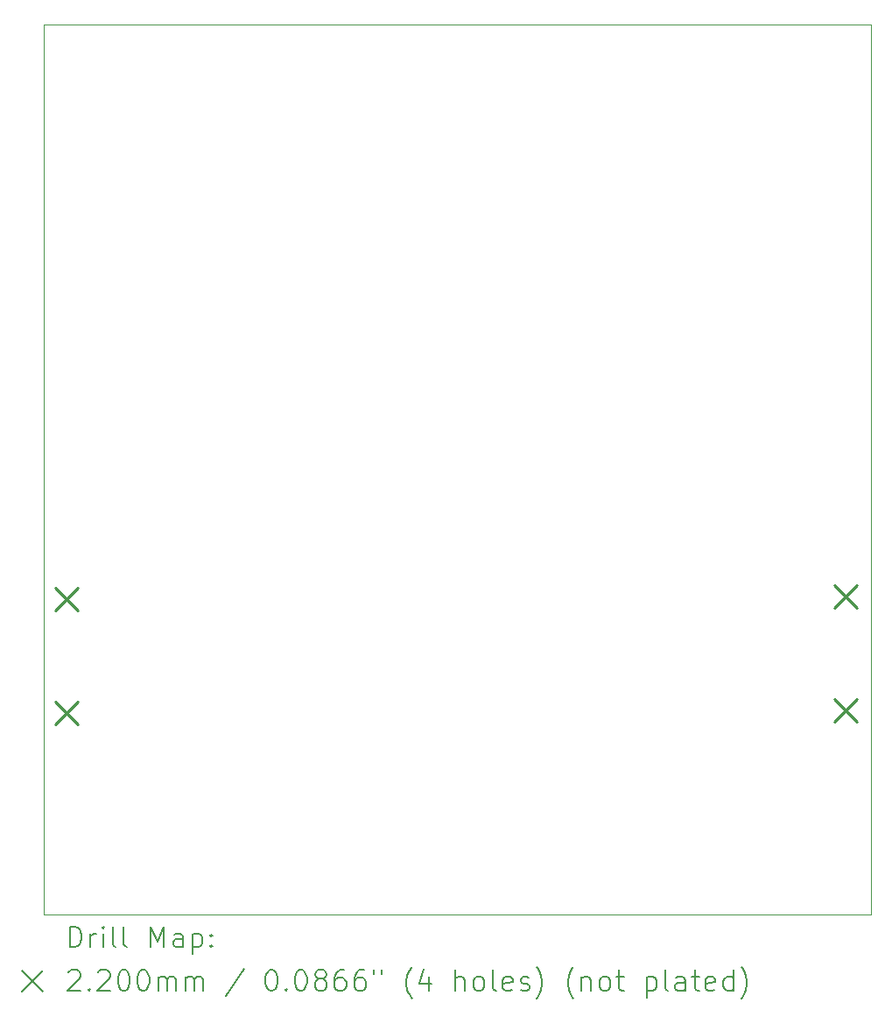
<source format=gbr>
%FSLAX45Y45*%
G04 Gerber Fmt 4.5, Leading zero omitted, Abs format (unit mm)*
G04 Created by KiCad (PCBNEW 6.0.0) date 2022-02-03 14:52:27*
%MOMM*%
%LPD*%
G01*
G04 APERTURE LIST*
%TA.AperFunction,Profile*%
%ADD10C,0.100000*%
%TD*%
%ADD11C,0.200000*%
%ADD12C,0.220000*%
G04 APERTURE END LIST*
D10*
X18800000Y-15200000D02*
X18800000Y-6600000D01*
X10800000Y-15200000D02*
X18800000Y-15200000D01*
X10800000Y-6600000D02*
X10800000Y-15200000D01*
X18800000Y-6600000D02*
X10800000Y-6600000D01*
D11*
D12*
X10909050Y-12040000D02*
X11129050Y-12260000D01*
X11129050Y-12040000D02*
X10909050Y-12260000D01*
X10909050Y-13140000D02*
X11129050Y-13360000D01*
X11129050Y-13140000D02*
X10909050Y-13360000D01*
X18445640Y-12012720D02*
X18665640Y-12232720D01*
X18665640Y-12012720D02*
X18445640Y-12232720D01*
X18445640Y-13112720D02*
X18665640Y-13332720D01*
X18665640Y-13112720D02*
X18445640Y-13332720D01*
D11*
X11052619Y-15515476D02*
X11052619Y-15315476D01*
X11100238Y-15315476D01*
X11128810Y-15325000D01*
X11147857Y-15344048D01*
X11157381Y-15363095D01*
X11166905Y-15401190D01*
X11166905Y-15429762D01*
X11157381Y-15467857D01*
X11147857Y-15486905D01*
X11128810Y-15505952D01*
X11100238Y-15515476D01*
X11052619Y-15515476D01*
X11252619Y-15515476D02*
X11252619Y-15382143D01*
X11252619Y-15420238D02*
X11262143Y-15401190D01*
X11271667Y-15391667D01*
X11290714Y-15382143D01*
X11309762Y-15382143D01*
X11376428Y-15515476D02*
X11376428Y-15382143D01*
X11376428Y-15315476D02*
X11366905Y-15325000D01*
X11376428Y-15334524D01*
X11385952Y-15325000D01*
X11376428Y-15315476D01*
X11376428Y-15334524D01*
X11500238Y-15515476D02*
X11481190Y-15505952D01*
X11471667Y-15486905D01*
X11471667Y-15315476D01*
X11605000Y-15515476D02*
X11585952Y-15505952D01*
X11576428Y-15486905D01*
X11576428Y-15315476D01*
X11833571Y-15515476D02*
X11833571Y-15315476D01*
X11900238Y-15458333D01*
X11966905Y-15315476D01*
X11966905Y-15515476D01*
X12147857Y-15515476D02*
X12147857Y-15410714D01*
X12138333Y-15391667D01*
X12119286Y-15382143D01*
X12081190Y-15382143D01*
X12062143Y-15391667D01*
X12147857Y-15505952D02*
X12128809Y-15515476D01*
X12081190Y-15515476D01*
X12062143Y-15505952D01*
X12052619Y-15486905D01*
X12052619Y-15467857D01*
X12062143Y-15448809D01*
X12081190Y-15439286D01*
X12128809Y-15439286D01*
X12147857Y-15429762D01*
X12243095Y-15382143D02*
X12243095Y-15582143D01*
X12243095Y-15391667D02*
X12262143Y-15382143D01*
X12300238Y-15382143D01*
X12319286Y-15391667D01*
X12328809Y-15401190D01*
X12338333Y-15420238D01*
X12338333Y-15477381D01*
X12328809Y-15496428D01*
X12319286Y-15505952D01*
X12300238Y-15515476D01*
X12262143Y-15515476D01*
X12243095Y-15505952D01*
X12424048Y-15496428D02*
X12433571Y-15505952D01*
X12424048Y-15515476D01*
X12414524Y-15505952D01*
X12424048Y-15496428D01*
X12424048Y-15515476D01*
X12424048Y-15391667D02*
X12433571Y-15401190D01*
X12424048Y-15410714D01*
X12414524Y-15401190D01*
X12424048Y-15391667D01*
X12424048Y-15410714D01*
X10595000Y-15745000D02*
X10795000Y-15945000D01*
X10795000Y-15745000D02*
X10595000Y-15945000D01*
X11043095Y-15754524D02*
X11052619Y-15745000D01*
X11071667Y-15735476D01*
X11119286Y-15735476D01*
X11138333Y-15745000D01*
X11147857Y-15754524D01*
X11157381Y-15773571D01*
X11157381Y-15792619D01*
X11147857Y-15821190D01*
X11033571Y-15935476D01*
X11157381Y-15935476D01*
X11243095Y-15916428D02*
X11252619Y-15925952D01*
X11243095Y-15935476D01*
X11233571Y-15925952D01*
X11243095Y-15916428D01*
X11243095Y-15935476D01*
X11328809Y-15754524D02*
X11338333Y-15745000D01*
X11357381Y-15735476D01*
X11405000Y-15735476D01*
X11424048Y-15745000D01*
X11433571Y-15754524D01*
X11443095Y-15773571D01*
X11443095Y-15792619D01*
X11433571Y-15821190D01*
X11319286Y-15935476D01*
X11443095Y-15935476D01*
X11566905Y-15735476D02*
X11585952Y-15735476D01*
X11605000Y-15745000D01*
X11614524Y-15754524D01*
X11624048Y-15773571D01*
X11633571Y-15811667D01*
X11633571Y-15859286D01*
X11624048Y-15897381D01*
X11614524Y-15916428D01*
X11605000Y-15925952D01*
X11585952Y-15935476D01*
X11566905Y-15935476D01*
X11547857Y-15925952D01*
X11538333Y-15916428D01*
X11528809Y-15897381D01*
X11519286Y-15859286D01*
X11519286Y-15811667D01*
X11528809Y-15773571D01*
X11538333Y-15754524D01*
X11547857Y-15745000D01*
X11566905Y-15735476D01*
X11757381Y-15735476D02*
X11776428Y-15735476D01*
X11795476Y-15745000D01*
X11805000Y-15754524D01*
X11814524Y-15773571D01*
X11824048Y-15811667D01*
X11824048Y-15859286D01*
X11814524Y-15897381D01*
X11805000Y-15916428D01*
X11795476Y-15925952D01*
X11776428Y-15935476D01*
X11757381Y-15935476D01*
X11738333Y-15925952D01*
X11728809Y-15916428D01*
X11719286Y-15897381D01*
X11709762Y-15859286D01*
X11709762Y-15811667D01*
X11719286Y-15773571D01*
X11728809Y-15754524D01*
X11738333Y-15745000D01*
X11757381Y-15735476D01*
X11909762Y-15935476D02*
X11909762Y-15802143D01*
X11909762Y-15821190D02*
X11919286Y-15811667D01*
X11938333Y-15802143D01*
X11966905Y-15802143D01*
X11985952Y-15811667D01*
X11995476Y-15830714D01*
X11995476Y-15935476D01*
X11995476Y-15830714D02*
X12005000Y-15811667D01*
X12024048Y-15802143D01*
X12052619Y-15802143D01*
X12071667Y-15811667D01*
X12081190Y-15830714D01*
X12081190Y-15935476D01*
X12176428Y-15935476D02*
X12176428Y-15802143D01*
X12176428Y-15821190D02*
X12185952Y-15811667D01*
X12205000Y-15802143D01*
X12233571Y-15802143D01*
X12252619Y-15811667D01*
X12262143Y-15830714D01*
X12262143Y-15935476D01*
X12262143Y-15830714D02*
X12271667Y-15811667D01*
X12290714Y-15802143D01*
X12319286Y-15802143D01*
X12338333Y-15811667D01*
X12347857Y-15830714D01*
X12347857Y-15935476D01*
X12738333Y-15725952D02*
X12566905Y-15983095D01*
X12995476Y-15735476D02*
X13014524Y-15735476D01*
X13033571Y-15745000D01*
X13043095Y-15754524D01*
X13052619Y-15773571D01*
X13062143Y-15811667D01*
X13062143Y-15859286D01*
X13052619Y-15897381D01*
X13043095Y-15916428D01*
X13033571Y-15925952D01*
X13014524Y-15935476D01*
X12995476Y-15935476D01*
X12976428Y-15925952D01*
X12966905Y-15916428D01*
X12957381Y-15897381D01*
X12947857Y-15859286D01*
X12947857Y-15811667D01*
X12957381Y-15773571D01*
X12966905Y-15754524D01*
X12976428Y-15745000D01*
X12995476Y-15735476D01*
X13147857Y-15916428D02*
X13157381Y-15925952D01*
X13147857Y-15935476D01*
X13138333Y-15925952D01*
X13147857Y-15916428D01*
X13147857Y-15935476D01*
X13281190Y-15735476D02*
X13300238Y-15735476D01*
X13319286Y-15745000D01*
X13328809Y-15754524D01*
X13338333Y-15773571D01*
X13347857Y-15811667D01*
X13347857Y-15859286D01*
X13338333Y-15897381D01*
X13328809Y-15916428D01*
X13319286Y-15925952D01*
X13300238Y-15935476D01*
X13281190Y-15935476D01*
X13262143Y-15925952D01*
X13252619Y-15916428D01*
X13243095Y-15897381D01*
X13233571Y-15859286D01*
X13233571Y-15811667D01*
X13243095Y-15773571D01*
X13252619Y-15754524D01*
X13262143Y-15745000D01*
X13281190Y-15735476D01*
X13462143Y-15821190D02*
X13443095Y-15811667D01*
X13433571Y-15802143D01*
X13424048Y-15783095D01*
X13424048Y-15773571D01*
X13433571Y-15754524D01*
X13443095Y-15745000D01*
X13462143Y-15735476D01*
X13500238Y-15735476D01*
X13519286Y-15745000D01*
X13528809Y-15754524D01*
X13538333Y-15773571D01*
X13538333Y-15783095D01*
X13528809Y-15802143D01*
X13519286Y-15811667D01*
X13500238Y-15821190D01*
X13462143Y-15821190D01*
X13443095Y-15830714D01*
X13433571Y-15840238D01*
X13424048Y-15859286D01*
X13424048Y-15897381D01*
X13433571Y-15916428D01*
X13443095Y-15925952D01*
X13462143Y-15935476D01*
X13500238Y-15935476D01*
X13519286Y-15925952D01*
X13528809Y-15916428D01*
X13538333Y-15897381D01*
X13538333Y-15859286D01*
X13528809Y-15840238D01*
X13519286Y-15830714D01*
X13500238Y-15821190D01*
X13709762Y-15735476D02*
X13671667Y-15735476D01*
X13652619Y-15745000D01*
X13643095Y-15754524D01*
X13624048Y-15783095D01*
X13614524Y-15821190D01*
X13614524Y-15897381D01*
X13624048Y-15916428D01*
X13633571Y-15925952D01*
X13652619Y-15935476D01*
X13690714Y-15935476D01*
X13709762Y-15925952D01*
X13719286Y-15916428D01*
X13728809Y-15897381D01*
X13728809Y-15849762D01*
X13719286Y-15830714D01*
X13709762Y-15821190D01*
X13690714Y-15811667D01*
X13652619Y-15811667D01*
X13633571Y-15821190D01*
X13624048Y-15830714D01*
X13614524Y-15849762D01*
X13900238Y-15735476D02*
X13862143Y-15735476D01*
X13843095Y-15745000D01*
X13833571Y-15754524D01*
X13814524Y-15783095D01*
X13805000Y-15821190D01*
X13805000Y-15897381D01*
X13814524Y-15916428D01*
X13824048Y-15925952D01*
X13843095Y-15935476D01*
X13881190Y-15935476D01*
X13900238Y-15925952D01*
X13909762Y-15916428D01*
X13919286Y-15897381D01*
X13919286Y-15849762D01*
X13909762Y-15830714D01*
X13900238Y-15821190D01*
X13881190Y-15811667D01*
X13843095Y-15811667D01*
X13824048Y-15821190D01*
X13814524Y-15830714D01*
X13805000Y-15849762D01*
X13995476Y-15735476D02*
X13995476Y-15773571D01*
X14071667Y-15735476D02*
X14071667Y-15773571D01*
X14366905Y-16011667D02*
X14357381Y-16002143D01*
X14338333Y-15973571D01*
X14328809Y-15954524D01*
X14319286Y-15925952D01*
X14309762Y-15878333D01*
X14309762Y-15840238D01*
X14319286Y-15792619D01*
X14328809Y-15764048D01*
X14338333Y-15745000D01*
X14357381Y-15716428D01*
X14366905Y-15706905D01*
X14528809Y-15802143D02*
X14528809Y-15935476D01*
X14481190Y-15725952D02*
X14433571Y-15868809D01*
X14557381Y-15868809D01*
X14785952Y-15935476D02*
X14785952Y-15735476D01*
X14871667Y-15935476D02*
X14871667Y-15830714D01*
X14862143Y-15811667D01*
X14843095Y-15802143D01*
X14814524Y-15802143D01*
X14795476Y-15811667D01*
X14785952Y-15821190D01*
X14995476Y-15935476D02*
X14976428Y-15925952D01*
X14966905Y-15916428D01*
X14957381Y-15897381D01*
X14957381Y-15840238D01*
X14966905Y-15821190D01*
X14976428Y-15811667D01*
X14995476Y-15802143D01*
X15024048Y-15802143D01*
X15043095Y-15811667D01*
X15052619Y-15821190D01*
X15062143Y-15840238D01*
X15062143Y-15897381D01*
X15052619Y-15916428D01*
X15043095Y-15925952D01*
X15024048Y-15935476D01*
X14995476Y-15935476D01*
X15176428Y-15935476D02*
X15157381Y-15925952D01*
X15147857Y-15906905D01*
X15147857Y-15735476D01*
X15328809Y-15925952D02*
X15309762Y-15935476D01*
X15271667Y-15935476D01*
X15252619Y-15925952D01*
X15243095Y-15906905D01*
X15243095Y-15830714D01*
X15252619Y-15811667D01*
X15271667Y-15802143D01*
X15309762Y-15802143D01*
X15328809Y-15811667D01*
X15338333Y-15830714D01*
X15338333Y-15849762D01*
X15243095Y-15868809D01*
X15414524Y-15925952D02*
X15433571Y-15935476D01*
X15471667Y-15935476D01*
X15490714Y-15925952D01*
X15500238Y-15906905D01*
X15500238Y-15897381D01*
X15490714Y-15878333D01*
X15471667Y-15868809D01*
X15443095Y-15868809D01*
X15424048Y-15859286D01*
X15414524Y-15840238D01*
X15414524Y-15830714D01*
X15424048Y-15811667D01*
X15443095Y-15802143D01*
X15471667Y-15802143D01*
X15490714Y-15811667D01*
X15566905Y-16011667D02*
X15576428Y-16002143D01*
X15595476Y-15973571D01*
X15605000Y-15954524D01*
X15614524Y-15925952D01*
X15624048Y-15878333D01*
X15624048Y-15840238D01*
X15614524Y-15792619D01*
X15605000Y-15764048D01*
X15595476Y-15745000D01*
X15576428Y-15716428D01*
X15566905Y-15706905D01*
X15928809Y-16011667D02*
X15919286Y-16002143D01*
X15900238Y-15973571D01*
X15890714Y-15954524D01*
X15881190Y-15925952D01*
X15871667Y-15878333D01*
X15871667Y-15840238D01*
X15881190Y-15792619D01*
X15890714Y-15764048D01*
X15900238Y-15745000D01*
X15919286Y-15716428D01*
X15928809Y-15706905D01*
X16005000Y-15802143D02*
X16005000Y-15935476D01*
X16005000Y-15821190D02*
X16014524Y-15811667D01*
X16033571Y-15802143D01*
X16062143Y-15802143D01*
X16081190Y-15811667D01*
X16090714Y-15830714D01*
X16090714Y-15935476D01*
X16214524Y-15935476D02*
X16195476Y-15925952D01*
X16185952Y-15916428D01*
X16176428Y-15897381D01*
X16176428Y-15840238D01*
X16185952Y-15821190D01*
X16195476Y-15811667D01*
X16214524Y-15802143D01*
X16243095Y-15802143D01*
X16262143Y-15811667D01*
X16271667Y-15821190D01*
X16281190Y-15840238D01*
X16281190Y-15897381D01*
X16271667Y-15916428D01*
X16262143Y-15925952D01*
X16243095Y-15935476D01*
X16214524Y-15935476D01*
X16338333Y-15802143D02*
X16414524Y-15802143D01*
X16366905Y-15735476D02*
X16366905Y-15906905D01*
X16376428Y-15925952D01*
X16395476Y-15935476D01*
X16414524Y-15935476D01*
X16633571Y-15802143D02*
X16633571Y-16002143D01*
X16633571Y-15811667D02*
X16652619Y-15802143D01*
X16690714Y-15802143D01*
X16709762Y-15811667D01*
X16719286Y-15821190D01*
X16728809Y-15840238D01*
X16728809Y-15897381D01*
X16719286Y-15916428D01*
X16709762Y-15925952D01*
X16690714Y-15935476D01*
X16652619Y-15935476D01*
X16633571Y-15925952D01*
X16843095Y-15935476D02*
X16824048Y-15925952D01*
X16814524Y-15906905D01*
X16814524Y-15735476D01*
X17005000Y-15935476D02*
X17005000Y-15830714D01*
X16995476Y-15811667D01*
X16976429Y-15802143D01*
X16938333Y-15802143D01*
X16919286Y-15811667D01*
X17005000Y-15925952D02*
X16985952Y-15935476D01*
X16938333Y-15935476D01*
X16919286Y-15925952D01*
X16909762Y-15906905D01*
X16909762Y-15887857D01*
X16919286Y-15868809D01*
X16938333Y-15859286D01*
X16985952Y-15859286D01*
X17005000Y-15849762D01*
X17071667Y-15802143D02*
X17147857Y-15802143D01*
X17100238Y-15735476D02*
X17100238Y-15906905D01*
X17109762Y-15925952D01*
X17128810Y-15935476D01*
X17147857Y-15935476D01*
X17290714Y-15925952D02*
X17271667Y-15935476D01*
X17233571Y-15935476D01*
X17214524Y-15925952D01*
X17205000Y-15906905D01*
X17205000Y-15830714D01*
X17214524Y-15811667D01*
X17233571Y-15802143D01*
X17271667Y-15802143D01*
X17290714Y-15811667D01*
X17300238Y-15830714D01*
X17300238Y-15849762D01*
X17205000Y-15868809D01*
X17471667Y-15935476D02*
X17471667Y-15735476D01*
X17471667Y-15925952D02*
X17452619Y-15935476D01*
X17414524Y-15935476D01*
X17395476Y-15925952D01*
X17385952Y-15916428D01*
X17376429Y-15897381D01*
X17376429Y-15840238D01*
X17385952Y-15821190D01*
X17395476Y-15811667D01*
X17414524Y-15802143D01*
X17452619Y-15802143D01*
X17471667Y-15811667D01*
X17547857Y-16011667D02*
X17557381Y-16002143D01*
X17576429Y-15973571D01*
X17585952Y-15954524D01*
X17595476Y-15925952D01*
X17605000Y-15878333D01*
X17605000Y-15840238D01*
X17595476Y-15792619D01*
X17585952Y-15764048D01*
X17576429Y-15745000D01*
X17557381Y-15716428D01*
X17547857Y-15706905D01*
M02*

</source>
